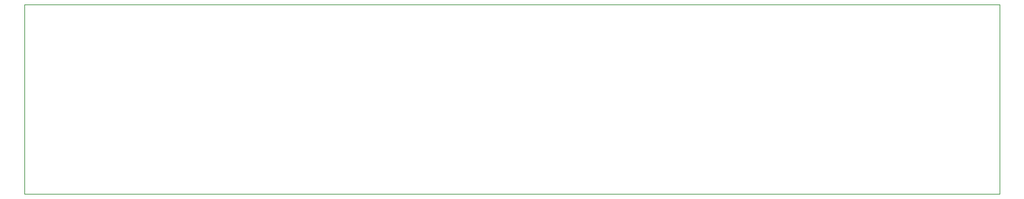
<source format=gbr>
G04 #@! TF.GenerationSoftware,KiCad,Pcbnew,9.0.5*
G04 #@! TF.CreationDate,2025-10-14T13:16:44+01:00*
G04 #@! TF.ProjectId,A7000PoduleFacePlate,41373030-3050-46f6-9475-6c6546616365,01*
G04 #@! TF.SameCoordinates,Original*
G04 #@! TF.FileFunction,Profile,NP*
%FSLAX46Y46*%
G04 Gerber Fmt 4.6, Leading zero omitted, Abs format (unit mm)*
G04 Created by KiCad (PCBNEW 9.0.5) date 2025-10-14 13:16:44*
%MOMM*%
%LPD*%
G01*
G04 APERTURE LIST*
G04 #@! TA.AperFunction,Profile*
%ADD10C,0.050000*%
G04 #@! TD*
G04 APERTURE END LIST*
D10*
X224046000Y-102545000D02*
X95446000Y-102545000D01*
X224046000Y-77545000D02*
X224046000Y-102545000D01*
X95446000Y-102545000D02*
X95446000Y-77545000D01*
X95446000Y-77545000D02*
X224046000Y-77545000D01*
M02*

</source>
